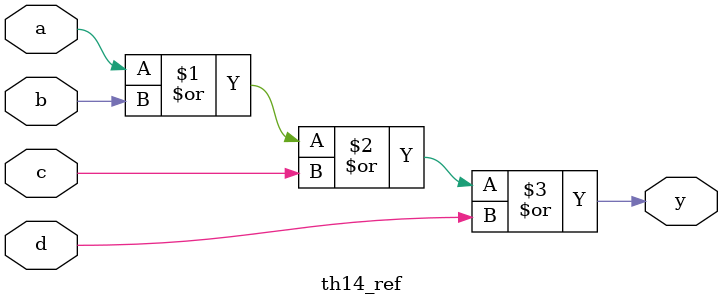
<source format=v>
module th14_ref (y,a,b,c,d);
 output y;
 input a;
 input b;
 input c;
 input d;
  assign #1 y = a | b | c | d; 
endmodule
</source>
